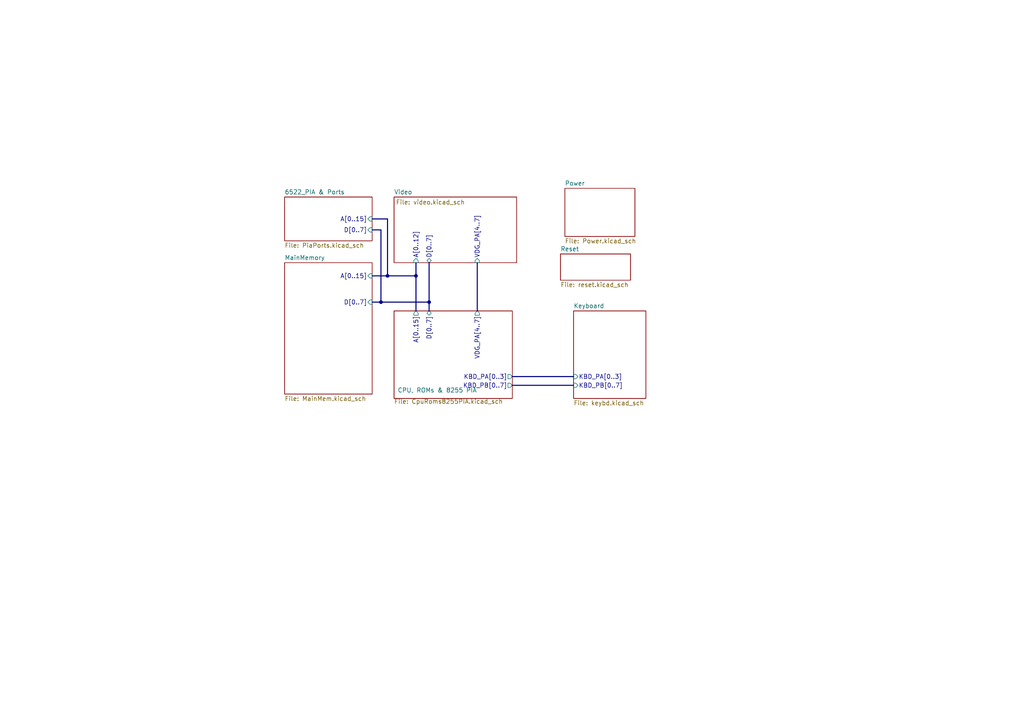
<source format=kicad_sch>
(kicad_sch
	(version 20231120)
	(generator "eeschema")
	(generator_version "8.0")
	(uuid "061591e0-fc5a-4227-9cb7-53fd8dca3981")
	(paper "A4")
	(lib_symbols)
	(junction
		(at 120.65 80.01)
		(diameter 0)
		(color 0 0 0 0)
		(uuid "3f4c023f-eca7-4011-8ac3-71f050b458ef")
	)
	(junction
		(at 124.46 87.63)
		(diameter 0)
		(color 0 0 0 0)
		(uuid "4ab9f805-ed6f-4db4-9c4f-a4227d253d93")
	)
	(junction
		(at 112.395 80.01)
		(diameter 0)
		(color 0 0 0 0)
		(uuid "668a67c6-7f50-4f13-84ca-fb3c24263f72")
	)
	(junction
		(at 110.49 87.63)
		(diameter 0)
		(color 0 0 0 0)
		(uuid "914d72a2-12c5-4bf2-862c-7d5e8936feca")
	)
	(bus
		(pts
			(xy 124.46 76.2) (xy 124.46 87.63)
		)
		(stroke
			(width 0)
			(type default)
		)
		(uuid "061445e3-abfa-4782-84db-e774fa739cf8")
	)
	(bus
		(pts
			(xy 107.95 87.63) (xy 110.49 87.63)
		)
		(stroke
			(width 0)
			(type default)
		)
		(uuid "140137d5-8b2e-410b-b32a-e1bfc5c018d1")
	)
	(bus
		(pts
			(xy 110.49 87.63) (xy 124.46 87.63)
		)
		(stroke
			(width 0)
			(type default)
		)
		(uuid "2d418dda-8d1c-4765-adb4-6ed190efd1c7")
	)
	(bus
		(pts
			(xy 138.43 76.2) (xy 138.43 90.17)
		)
		(stroke
			(width 0)
			(type default)
		)
		(uuid "3479865a-ccbc-42b7-a39e-63b811251c75")
	)
	(bus
		(pts
			(xy 148.59 111.76) (xy 166.37 111.76)
		)
		(stroke
			(width 0)
			(type default)
		)
		(uuid "3f6b628e-640e-413f-9a68-10766c283653")
	)
	(bus
		(pts
			(xy 112.395 63.5) (xy 112.395 80.01)
		)
		(stroke
			(width 0)
			(type default)
		)
		(uuid "6aa9332d-dc29-47f1-9f0d-318070c5b9f8")
	)
	(bus
		(pts
			(xy 112.395 80.01) (xy 120.65 80.01)
		)
		(stroke
			(width 0)
			(type default)
		)
		(uuid "6fdf3f03-bca4-4443-be7a-b4b7e7c48306")
	)
	(bus
		(pts
			(xy 120.65 76.2) (xy 120.65 80.01)
		)
		(stroke
			(width 0)
			(type default)
		)
		(uuid "78b113a0-e3ac-435f-8236-2f469a98e58c")
	)
	(bus
		(pts
			(xy 120.65 80.01) (xy 120.65 90.17)
		)
		(stroke
			(width 0)
			(type default)
		)
		(uuid "85abbe33-8822-4bb0-806d-3ce76dd2f8c4")
	)
	(bus
		(pts
			(xy 107.95 80.01) (xy 112.395 80.01)
		)
		(stroke
			(width 0)
			(type default)
		)
		(uuid "97900480-0f93-4d69-afc5-da3cfa88f99a")
	)
	(bus
		(pts
			(xy 107.95 63.5) (xy 112.395 63.5)
		)
		(stroke
			(width 0)
			(type default)
		)
		(uuid "ac2a9968-9fd0-4a91-be34-a0aa2501d6ed")
	)
	(bus
		(pts
			(xy 110.49 66.675) (xy 110.49 87.63)
		)
		(stroke
			(width 0)
			(type default)
		)
		(uuid "de6078d9-4858-4cac-b60f-7da4e32e31ba")
	)
	(bus
		(pts
			(xy 124.46 87.63) (xy 124.46 90.17)
		)
		(stroke
			(width 0)
			(type default)
		)
		(uuid "ed5f78a3-6907-4e4d-aea7-6403d501086c")
	)
	(bus
		(pts
			(xy 107.95 66.675) (xy 110.49 66.675)
		)
		(stroke
			(width 0)
			(type default)
		)
		(uuid "f8e8ec68-4c80-47e3-870a-87cd60a97f9f")
	)
	(bus
		(pts
			(xy 148.59 109.22) (xy 166.37 109.22)
		)
		(stroke
			(width 0)
			(type default)
		)
		(uuid "feb706e0-389b-4e70-ba5b-fd38e59c22af")
	)
	(sheet
		(at 162.56 73.66)
		(size 20.32 7.62)
		(fields_autoplaced yes)
		(stroke
			(width 0.1524)
			(type solid)
		)
		(fill
			(color 0 0 0 0.0000)
		)
		(uuid "02e83834-662d-4d65-aef0-44e2668b7a3c")
		(property "Sheetname" "Reset"
			(at 162.56 72.9484 0)
			(effects
				(font
					(size 1.27 1.27)
				)
				(justify left bottom)
			)
		)
		(property "Sheetfile" "reset.kicad_sch"
			(at 162.56 81.8646 0)
			(effects
				(font
					(size 1.27 1.27)
				)
				(justify left top)
			)
		)
		(instances
			(project "AtomV5Board"
				(path "/061591e0-fc5a-4227-9cb7-53fd8dca3981"
					(page "8")
				)
			)
		)
	)
	(sheet
		(at 163.83 54.61)
		(size 20.32 13.97)
		(fields_autoplaced yes)
		(stroke
			(width 0.1524)
			(type solid)
		)
		(fill
			(color 0 0 0 0.0000)
		)
		(uuid "3701420a-78ea-4de5-b3c6-56f66d13f260")
		(property "Sheetname" "Power"
			(at 163.83 53.8984 0)
			(effects
				(font
					(size 1.27 1.27)
				)
				(justify left bottom)
			)
		)
		(property "Sheetfile" "Power.kicad_sch"
			(at 163.83 69.1646 0)
			(effects
				(font
					(size 1.27 1.27)
				)
				(justify left top)
			)
		)
		(instances
			(project "AtomV5Board"
				(path "/061591e0-fc5a-4227-9cb7-53fd8dca3981"
					(page "3")
				)
			)
		)
	)
	(sheet
		(at 114.3 57.15)
		(size 35.56 19.05)
		(stroke
			(width 0.1524)
			(type solid)
		)
		(fill
			(color 0 0 0 0.0000)
		)
		(uuid "3e5cf50e-a7f3-43f9-a30d-2928d224ef34")
		(property "Sheetname" "Video"
			(at 114.3 56.4384 0)
			(effects
				(font
					(size 1.27 1.27)
				)
				(justify left bottom)
			)
		)
		(property "Sheetfile" "video.kicad_sch"
			(at 114.808 57.912 0)
			(effects
				(font
					(size 1.27 1.27)
				)
				(justify left top)
			)
		)
		(pin "D[0..7]" bidirectional
			(at 124.46 76.2 270)
			(effects
				(font
					(size 1.27 1.27)
				)
				(justify left)
			)
			(uuid "0346dae4-a3a1-4a58-aff0-5f083e30e6c9")
		)
		(pin "A[0..12]" input
			(at 120.65 76.2 270)
			(effects
				(font
					(size 1.27 1.27)
				)
				(justify left)
			)
			(uuid "dd3317b5-f995-4e94-8031-c99a3a474036")
		)
		(pin "VDG_PA[4..7]" input
			(at 138.43 76.2 270)
			(effects
				(font
					(size 1.27 1.27)
				)
				(justify left)
			)
			(uuid "209c62b8-5458-436b-9bc5-c513c48f06e4")
		)
		(instances
			(project "AtomV5Board"
				(path "/061591e0-fc5a-4227-9cb7-53fd8dca3981"
					(page "2")
				)
			)
		)
	)
	(sheet
		(at 166.37 90.17)
		(size 20.955 25.4)
		(fields_autoplaced yes)
		(stroke
			(width 0.1524)
			(type solid)
		)
		(fill
			(color 0 0 0 0.0000)
		)
		(uuid "41b80dc0-2191-428c-bee0-e1c8383431f1")
		(property "Sheetname" "Keyboard"
			(at 166.37 89.4584 0)
			(effects
				(font
					(size 1.27 1.27)
				)
				(justify left bottom)
			)
		)
		(property "Sheetfile" "keybd.kicad_sch"
			(at 166.37 116.1546 0)
			(effects
				(font
					(size 1.27 1.27)
				)
				(justify left top)
			)
		)
		(pin "KBD_PA[0..3]" input
			(at 166.37 109.22 180)
			(effects
				(font
					(size 1.27 1.27)
				)
				(justify left)
			)
			(uuid "9408f0e3-d44a-47f8-9a6c-dba0d45ef141")
		)
		(pin "KBD_PB[0..7]" input
			(at 166.37 111.76 180)
			(effects
				(font
					(size 1.27 1.27)
				)
				(justify left)
			)
			(uuid "1420955a-e3fb-473a-9426-725a5b8c3773")
		)
		(instances
			(project "AtomV5Board"
				(path "/061591e0-fc5a-4227-9cb7-53fd8dca3981"
					(page "5")
				)
			)
		)
	)
	(sheet
		(at 114.3 90.17)
		(size 34.29 25.4)
		(stroke
			(width 0.1524)
			(type solid)
		)
		(fill
			(color 0 0 0 0.0000)
		)
		(uuid "69ec7c13-aeb1-42ad-9b44-b801cf6ac833")
		(property "Sheetname" "CPU, ROMs & 8255 PIA"
			(at 115.316 113.919 0)
			(effects
				(font
					(size 1.27 1.27)
				)
				(justify left bottom)
			)
		)
		(property "Sheetfile" "CpuRoms8255PIA.kicad_sch"
			(at 114.3 115.697 0)
			(effects
				(font
					(size 1.27 1.27)
				)
				(justify left top)
			)
		)
		(pin "VDG_PA[4..7]" output
			(at 138.43 90.17 90)
			(effects
				(font
					(size 1.27 1.27)
				)
				(justify right)
			)
			(uuid "b4e770af-2a5c-47c6-bcef-58981d8b2d77")
		)
		(pin "A[0..15]" output
			(at 120.65 90.17 90)
			(effects
				(font
					(size 1.27 1.27)
				)
				(justify right)
			)
			(uuid "7ee0d00c-2985-48dc-a534-8575fd7c29b5")
		)
		(pin "D[0..7]" bidirectional
			(at 124.46 90.17 90)
			(effects
				(font
					(size 1.27 1.27)
				)
				(justify right)
			)
			(uuid "b445771a-cfa7-47c1-bb14-a578f48734ed")
		)
		(pin "KBD_PA[0..3]" output
			(at 148.59 109.22 0)
			(effects
				(font
					(size 1.27 1.27)
				)
				(justify right)
			)
			(uuid "107d3dfd-34e0-4f8e-bd2a-c42bff338c42")
		)
		(pin "KBD_PB[0..7]" output
			(at 148.59 111.76 0)
			(effects
				(font
					(size 1.27 1.27)
				)
				(justify right)
			)
			(uuid "5957972d-9abe-47c0-915b-2a66f58e22c0")
		)
		(instances
			(project "AtomV5Board"
				(path "/061591e0-fc5a-4227-9cb7-53fd8dca3981"
					(page "4")
				)
			)
		)
	)
	(sheet
		(at 82.55 57.15)
		(size 25.4 12.7)
		(fields_autoplaced yes)
		(stroke
			(width 0.1524)
			(type solid)
		)
		(fill
			(color 0 0 0 0.0000)
		)
		(uuid "9644c68a-49cb-4066-8c2d-0b3afbbe53a4")
		(property "Sheetname" "6522_PIA & Ports"
			(at 82.55 56.4384 0)
			(effects
				(font
					(size 1.27 1.27)
				)
				(justify left bottom)
			)
		)
		(property "Sheetfile" "PiaPorts.kicad_sch"
			(at 82.55 70.4346 0)
			(effects
				(font
					(size 1.27 1.27)
				)
				(justify left top)
			)
		)
		(pin "D[0..7]" input
			(at 107.95 66.675 0)
			(effects
				(font
					(size 1.27 1.27)
				)
				(justify right)
			)
			(uuid "5902e23f-8436-4867-8b8c-8735406e5563")
		)
		(pin "A[0..15]" input
			(at 107.95 63.5 0)
			(effects
				(font
					(size 1.27 1.27)
				)
				(justify right)
			)
			(uuid "18c02802-da64-4a3e-a200-24c54485575c")
		)
		(instances
			(project "AtomV5Board"
				(path "/061591e0-fc5a-4227-9cb7-53fd8dca3981"
					(page "7")
				)
			)
		)
	)
	(sheet
		(at 82.55 76.2)
		(size 25.4 38.1)
		(fields_autoplaced yes)
		(stroke
			(width 0.1524)
			(type solid)
		)
		(fill
			(color 0 0 0 0.0000)
		)
		(uuid "e722fbcb-e918-42db-b5cc-04ae5c482f7d")
		(property "Sheetname" "MainMemory"
			(at 82.55 75.4884 0)
			(effects
				(font
					(size 1.27 1.27)
				)
				(justify left bottom)
			)
		)
		(property "Sheetfile" "MainMem.kicad_sch"
			(at 82.55 114.8846 0)
			(effects
				(font
					(size 1.27 1.27)
				)
				(justify left top)
			)
		)
		(pin "A[0..15]" input
			(at 107.95 80.01 0)
			(effects
				(font
					(size 1.27 1.27)
				)
				(justify right)
			)
			(uuid "efc1c2af-aae3-4127-b23c-e6752ce60700")
		)
		(pin "D[0..7]" input
			(at 107.95 87.63 0)
			(effects
				(font
					(size 1.27 1.27)
				)
				(justify right)
			)
			(uuid "9dcef778-4928-47ad-97d8-1622757572b7")
		)
		(instances
			(project "AtomV5Board"
				(path "/061591e0-fc5a-4227-9cb7-53fd8dca3981"
					(page "6")
				)
			)
		)
	)
	(sheet_instances
		(path "/"
			(page "1")
		)
	)
)

</source>
